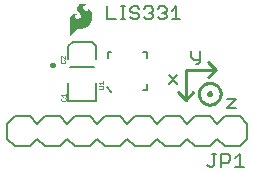
<source format=gbr>
G04 EAGLE Gerber RS-274X export*
G75*
%MOMM*%
%FSLAX34Y34*%
%LPD*%
%INSilkscreen Top*%
%IPPOS*%
%AMOC8*
5,1,8,0,0,1.08239X$1,22.5*%
G01*
%ADD10C,0.254000*%
%ADD11C,0.203200*%
%ADD12C,0.406400*%
%ADD13C,0.025400*%
%ADD14C,0.127000*%

G36*
X53350Y92611D02*
X53350Y92611D01*
X53354Y92609D01*
X53424Y92645D01*
X53434Y92650D01*
X53435Y92651D01*
X58307Y98133D01*
X59161Y98915D01*
X60151Y99504D01*
X60502Y99631D01*
X60870Y99696D01*
X63145Y99696D01*
X63150Y99698D01*
X63156Y99696D01*
X64520Y99820D01*
X64530Y99826D01*
X64542Y99824D01*
X65861Y100192D01*
X65869Y100200D01*
X65882Y100201D01*
X67112Y100801D01*
X67119Y100808D01*
X67130Y100811D01*
X68287Y101628D01*
X68292Y101636D01*
X68301Y101639D01*
X69332Y102611D01*
X69335Y102619D01*
X69341Y102621D01*
X69342Y102623D01*
X69344Y102624D01*
X70229Y103731D01*
X70231Y103741D01*
X70240Y103748D01*
X71187Y105429D01*
X71188Y105440D01*
X71196Y105450D01*
X71824Y107274D01*
X71823Y107285D01*
X71830Y107296D01*
X72118Y109203D01*
X72115Y109214D01*
X72120Y109226D01*
X72118Y109278D01*
X72110Y109530D01*
X72106Y109656D01*
X72106Y109657D01*
X72098Y109909D01*
X72090Y110162D01*
X72086Y110288D01*
X72078Y110540D01*
X72067Y110919D01*
X72059Y111154D01*
X72055Y111163D01*
X72057Y111175D01*
X71850Y112214D01*
X71845Y112222D01*
X71845Y112233D01*
X71487Y113230D01*
X71481Y113237D01*
X71480Y113248D01*
X70978Y114182D01*
X70969Y114189D01*
X70966Y114201D01*
X70059Y115338D01*
X70048Y115344D01*
X70041Y115357D01*
X68915Y116278D01*
X68872Y116290D01*
X68831Y116306D01*
X68826Y116304D01*
X68820Y116305D01*
X68782Y116284D01*
X68742Y116265D01*
X68739Y116259D01*
X68735Y116257D01*
X68727Y116228D01*
X68709Y116180D01*
X68709Y115300D01*
X68693Y115180D01*
X68649Y115077D01*
X68375Y114737D01*
X68014Y114489D01*
X67840Y114424D01*
X67302Y114366D01*
X66772Y114464D01*
X66284Y114713D01*
X65382Y115364D01*
X64970Y115718D01*
X64619Y116128D01*
X64336Y116586D01*
X64130Y117080D01*
X64071Y117380D01*
X64083Y117683D01*
X64240Y118202D01*
X64526Y118662D01*
X64921Y119032D01*
X65402Y119287D01*
X65892Y119426D01*
X66403Y119483D01*
X67006Y119483D01*
X67007Y119483D01*
X67029Y119492D01*
X67097Y119521D01*
X67132Y119613D01*
X67128Y119622D01*
X67094Y119698D01*
X67092Y119701D01*
X67091Y119702D01*
X67090Y119703D01*
X67069Y119723D01*
X67062Y119726D01*
X67058Y119734D01*
X66623Y120072D01*
X66608Y120076D01*
X66596Y120088D01*
X66092Y120309D01*
X66091Y120309D01*
X65735Y120461D01*
X65507Y120562D01*
X65497Y120563D01*
X65487Y120569D01*
X64609Y120789D01*
X64600Y120788D01*
X64590Y120792D01*
X63690Y120878D01*
X63680Y120874D01*
X63668Y120878D01*
X62800Y120812D01*
X62789Y120806D01*
X62776Y120807D01*
X61936Y120576D01*
X61926Y120568D01*
X61913Y120567D01*
X61133Y120179D01*
X61126Y120171D01*
X61115Y120168D01*
X60338Y119608D01*
X60334Y119601D01*
X60325Y119597D01*
X59629Y118939D01*
X59624Y118928D01*
X59613Y118920D01*
X59182Y118317D01*
X59179Y118302D01*
X59167Y118289D01*
X58900Y117597D01*
X58900Y117581D01*
X58892Y117566D01*
X58805Y116829D01*
X58810Y116814D01*
X58806Y116797D01*
X58905Y116062D01*
X58913Y116049D01*
X58913Y116032D01*
X59193Y115344D01*
X59202Y115335D01*
X59205Y115321D01*
X60392Y113563D01*
X60400Y113558D01*
X60404Y113547D01*
X61857Y112006D01*
X62227Y111571D01*
X62467Y111068D01*
X62569Y110520D01*
X62526Y109964D01*
X62340Y109439D01*
X62025Y108979D01*
X61600Y108614D01*
X61057Y108321D01*
X60471Y108123D01*
X59861Y108026D01*
X59150Y108061D01*
X58472Y108268D01*
X57866Y108633D01*
X57553Y108961D01*
X57347Y109365D01*
X57254Y109781D01*
X57254Y110209D01*
X57347Y110624D01*
X57419Y110762D01*
X57537Y110876D01*
X58361Y111475D01*
X58494Y111546D01*
X58632Y111574D01*
X58790Y111558D01*
X58833Y111572D01*
X58878Y111583D01*
X58880Y111587D01*
X58884Y111588D01*
X58904Y111629D01*
X58927Y111668D01*
X58926Y111672D01*
X58928Y111676D01*
X58913Y111719D01*
X58900Y111763D01*
X58897Y111765D01*
X58896Y111769D01*
X58858Y111788D01*
X58822Y111809D01*
X58339Y111885D01*
X58334Y111884D01*
X58329Y111886D01*
X57389Y111959D01*
X57380Y111956D01*
X57369Y111959D01*
X56429Y111886D01*
X56419Y111881D01*
X56407Y111882D01*
X55708Y111698D01*
X55698Y111690D01*
X55684Y111689D01*
X55036Y111368D01*
X55028Y111359D01*
X55014Y111355D01*
X54444Y110910D01*
X54438Y110899D01*
X54426Y110893D01*
X53956Y110343D01*
X53952Y110331D01*
X53941Y110322D01*
X53540Y109590D01*
X53539Y109577D01*
X53530Y109566D01*
X53290Y108767D01*
X53291Y108754D01*
X53285Y108741D01*
X53215Y107910D01*
X53217Y107904D01*
X53215Y107899D01*
X53215Y92735D01*
X53217Y92730D01*
X53215Y92726D01*
X53236Y92686D01*
X53253Y92644D01*
X53258Y92643D01*
X53260Y92638D01*
X53303Y92625D01*
X53345Y92609D01*
X53350Y92611D01*
G37*
D10*
X151130Y64770D02*
X151130Y39370D01*
X144780Y45720D01*
X151130Y39370D02*
X157480Y45720D01*
X151130Y64770D02*
X176530Y64770D01*
X170180Y58420D01*
X176530Y64770D02*
X170180Y71120D01*
X162292Y44450D02*
X162295Y44675D01*
X162303Y44899D01*
X162317Y45124D01*
X162336Y45348D01*
X162361Y45571D01*
X162391Y45794D01*
X162427Y46016D01*
X162468Y46237D01*
X162515Y46457D01*
X162566Y46675D01*
X162624Y46893D01*
X162686Y47108D01*
X162754Y47323D01*
X162827Y47535D01*
X162906Y47746D01*
X162989Y47955D01*
X163078Y48161D01*
X163171Y48366D01*
X163270Y48568D01*
X163373Y48767D01*
X163482Y48964D01*
X163595Y49158D01*
X163713Y49350D01*
X163835Y49538D01*
X163963Y49723D01*
X164094Y49905D01*
X164230Y50084D01*
X164371Y50260D01*
X164515Y50432D01*
X164664Y50600D01*
X164817Y50765D01*
X164974Y50926D01*
X165135Y51083D01*
X165300Y51236D01*
X165468Y51385D01*
X165640Y51529D01*
X165816Y51670D01*
X165995Y51806D01*
X166177Y51937D01*
X166362Y52065D01*
X166550Y52187D01*
X166742Y52305D01*
X166936Y52418D01*
X167133Y52527D01*
X167332Y52630D01*
X167534Y52729D01*
X167739Y52822D01*
X167945Y52911D01*
X168154Y52994D01*
X168365Y53073D01*
X168577Y53146D01*
X168792Y53214D01*
X169007Y53276D01*
X169225Y53334D01*
X169443Y53385D01*
X169663Y53432D01*
X169884Y53473D01*
X170106Y53509D01*
X170329Y53539D01*
X170552Y53564D01*
X170776Y53583D01*
X171001Y53597D01*
X171225Y53605D01*
X171450Y53608D01*
X171675Y53605D01*
X171899Y53597D01*
X172124Y53583D01*
X172348Y53564D01*
X172571Y53539D01*
X172794Y53509D01*
X173016Y53473D01*
X173237Y53432D01*
X173457Y53385D01*
X173675Y53334D01*
X173893Y53276D01*
X174108Y53214D01*
X174323Y53146D01*
X174535Y53073D01*
X174746Y52994D01*
X174955Y52911D01*
X175161Y52822D01*
X175366Y52729D01*
X175568Y52630D01*
X175767Y52527D01*
X175964Y52418D01*
X176158Y52305D01*
X176350Y52187D01*
X176538Y52065D01*
X176723Y51937D01*
X176905Y51806D01*
X177084Y51670D01*
X177260Y51529D01*
X177432Y51385D01*
X177600Y51236D01*
X177765Y51083D01*
X177926Y50926D01*
X178083Y50765D01*
X178236Y50600D01*
X178385Y50432D01*
X178529Y50260D01*
X178670Y50084D01*
X178806Y49905D01*
X178937Y49723D01*
X179065Y49538D01*
X179187Y49350D01*
X179305Y49158D01*
X179418Y48964D01*
X179527Y48767D01*
X179630Y48568D01*
X179729Y48366D01*
X179822Y48161D01*
X179911Y47955D01*
X179994Y47746D01*
X180073Y47535D01*
X180146Y47323D01*
X180214Y47108D01*
X180276Y46893D01*
X180334Y46675D01*
X180385Y46457D01*
X180432Y46237D01*
X180473Y46016D01*
X180509Y45794D01*
X180539Y45571D01*
X180564Y45348D01*
X180583Y45124D01*
X180597Y44899D01*
X180605Y44675D01*
X180608Y44450D01*
X180605Y44225D01*
X180597Y44001D01*
X180583Y43776D01*
X180564Y43552D01*
X180539Y43329D01*
X180509Y43106D01*
X180473Y42884D01*
X180432Y42663D01*
X180385Y42443D01*
X180334Y42225D01*
X180276Y42007D01*
X180214Y41792D01*
X180146Y41577D01*
X180073Y41365D01*
X179994Y41154D01*
X179911Y40945D01*
X179822Y40739D01*
X179729Y40534D01*
X179630Y40332D01*
X179527Y40133D01*
X179418Y39936D01*
X179305Y39742D01*
X179187Y39550D01*
X179065Y39362D01*
X178937Y39177D01*
X178806Y38995D01*
X178670Y38816D01*
X178529Y38640D01*
X178385Y38468D01*
X178236Y38300D01*
X178083Y38135D01*
X177926Y37974D01*
X177765Y37817D01*
X177600Y37664D01*
X177432Y37515D01*
X177260Y37371D01*
X177084Y37230D01*
X176905Y37094D01*
X176723Y36963D01*
X176538Y36835D01*
X176350Y36713D01*
X176158Y36595D01*
X175964Y36482D01*
X175767Y36373D01*
X175568Y36270D01*
X175366Y36171D01*
X175161Y36078D01*
X174955Y35989D01*
X174746Y35906D01*
X174535Y35827D01*
X174323Y35754D01*
X174108Y35686D01*
X173893Y35624D01*
X173675Y35566D01*
X173457Y35515D01*
X173237Y35468D01*
X173016Y35427D01*
X172794Y35391D01*
X172571Y35361D01*
X172348Y35336D01*
X172124Y35317D01*
X171899Y35303D01*
X171675Y35295D01*
X171450Y35292D01*
X171225Y35295D01*
X171001Y35303D01*
X170776Y35317D01*
X170552Y35336D01*
X170329Y35361D01*
X170106Y35391D01*
X169884Y35427D01*
X169663Y35468D01*
X169443Y35515D01*
X169225Y35566D01*
X169007Y35624D01*
X168792Y35686D01*
X168577Y35754D01*
X168365Y35827D01*
X168154Y35906D01*
X167945Y35989D01*
X167739Y36078D01*
X167534Y36171D01*
X167332Y36270D01*
X167133Y36373D01*
X166936Y36482D01*
X166742Y36595D01*
X166550Y36713D01*
X166362Y36835D01*
X166177Y36963D01*
X165995Y37094D01*
X165816Y37230D01*
X165640Y37371D01*
X165468Y37515D01*
X165300Y37664D01*
X165135Y37817D01*
X164974Y37974D01*
X164817Y38135D01*
X164664Y38300D01*
X164515Y38468D01*
X164371Y38640D01*
X164230Y38816D01*
X164094Y38995D01*
X163963Y39177D01*
X163835Y39362D01*
X163713Y39550D01*
X163595Y39742D01*
X163482Y39936D01*
X163373Y40133D01*
X163270Y40332D01*
X163171Y40534D01*
X163078Y40739D01*
X162989Y40945D01*
X162906Y41154D01*
X162827Y41365D01*
X162754Y41577D01*
X162686Y41792D01*
X162624Y42007D01*
X162566Y42225D01*
X162515Y42443D01*
X162468Y42663D01*
X162427Y42884D01*
X162391Y43106D01*
X162361Y43329D01*
X162336Y43552D01*
X162317Y43776D01*
X162303Y44001D01*
X162295Y44225D01*
X162292Y44450D01*
X170180Y44450D02*
X170182Y44521D01*
X170188Y44592D01*
X170198Y44663D01*
X170212Y44733D01*
X170230Y44802D01*
X170251Y44869D01*
X170277Y44936D01*
X170306Y45001D01*
X170338Y45064D01*
X170375Y45126D01*
X170414Y45185D01*
X170457Y45242D01*
X170503Y45296D01*
X170552Y45348D01*
X170604Y45397D01*
X170658Y45443D01*
X170715Y45486D01*
X170774Y45525D01*
X170836Y45562D01*
X170899Y45594D01*
X170964Y45623D01*
X171031Y45649D01*
X171098Y45670D01*
X171167Y45688D01*
X171237Y45702D01*
X171308Y45712D01*
X171379Y45718D01*
X171450Y45720D01*
X171521Y45718D01*
X171592Y45712D01*
X171663Y45702D01*
X171733Y45688D01*
X171802Y45670D01*
X171869Y45649D01*
X171936Y45623D01*
X172001Y45594D01*
X172064Y45562D01*
X172126Y45525D01*
X172185Y45486D01*
X172242Y45443D01*
X172296Y45397D01*
X172348Y45348D01*
X172397Y45296D01*
X172443Y45242D01*
X172486Y45185D01*
X172525Y45126D01*
X172562Y45064D01*
X172594Y45001D01*
X172623Y44936D01*
X172649Y44869D01*
X172670Y44802D01*
X172688Y44733D01*
X172702Y44663D01*
X172712Y44592D01*
X172718Y44521D01*
X172720Y44450D01*
X172718Y44379D01*
X172712Y44308D01*
X172702Y44237D01*
X172688Y44167D01*
X172670Y44098D01*
X172649Y44031D01*
X172623Y43964D01*
X172594Y43899D01*
X172562Y43836D01*
X172525Y43774D01*
X172486Y43715D01*
X172443Y43658D01*
X172397Y43604D01*
X172348Y43552D01*
X172296Y43503D01*
X172242Y43457D01*
X172185Y43414D01*
X172126Y43375D01*
X172064Y43338D01*
X172001Y43306D01*
X171936Y43277D01*
X171869Y43251D01*
X171802Y43230D01*
X171733Y43212D01*
X171663Y43198D01*
X171592Y43188D01*
X171521Y43182D01*
X171450Y43180D01*
X171379Y43182D01*
X171308Y43188D01*
X171237Y43198D01*
X171167Y43212D01*
X171098Y43230D01*
X171031Y43251D01*
X170964Y43277D01*
X170899Y43306D01*
X170836Y43338D01*
X170774Y43375D01*
X170715Y43414D01*
X170658Y43457D01*
X170604Y43503D01*
X170552Y43552D01*
X170503Y43604D01*
X170457Y43658D01*
X170414Y43715D01*
X170375Y43774D01*
X170338Y43836D01*
X170306Y43899D01*
X170277Y43964D01*
X170251Y44031D01*
X170230Y44098D01*
X170212Y44167D01*
X170198Y44237D01*
X170188Y44308D01*
X170182Y44379D01*
X170180Y44450D01*
D11*
X84836Y107696D02*
X84836Y118373D01*
X84836Y107696D02*
X91954Y107696D01*
X96530Y107696D02*
X100089Y107696D01*
X98309Y107696D02*
X98309Y118373D01*
X96530Y118373D02*
X100089Y118373D01*
X109665Y118373D02*
X111444Y116594D01*
X109665Y118373D02*
X106105Y118373D01*
X104326Y116594D01*
X104326Y114814D01*
X106105Y113035D01*
X109665Y113035D01*
X111444Y111255D01*
X111444Y109476D01*
X109665Y107696D01*
X106105Y107696D01*
X104326Y109476D01*
X116020Y116594D02*
X117799Y118373D01*
X121358Y118373D01*
X123138Y116594D01*
X123138Y114814D01*
X121358Y113035D01*
X119579Y113035D01*
X121358Y113035D02*
X123138Y111255D01*
X123138Y109476D01*
X121358Y107696D01*
X117799Y107696D01*
X116020Y109476D01*
X127714Y116594D02*
X129493Y118373D01*
X133052Y118373D01*
X134832Y116594D01*
X134832Y114814D01*
X133052Y113035D01*
X131273Y113035D01*
X133052Y113035D02*
X134832Y111255D01*
X134832Y109476D01*
X133052Y107696D01*
X129493Y107696D01*
X127714Y109476D01*
X139408Y114814D02*
X142967Y118373D01*
X142967Y107696D01*
X139408Y107696D02*
X146526Y107696D01*
X136906Y60204D02*
X144024Y53086D01*
X136906Y53086D02*
X144024Y60204D01*
X155956Y75186D02*
X155956Y80524D01*
X155956Y75186D02*
X157736Y73406D01*
X163074Y73406D01*
X163074Y71627D02*
X163074Y80524D01*
X163074Y71627D02*
X161295Y69847D01*
X159515Y69847D01*
X186436Y39884D02*
X193554Y39884D01*
X186436Y32766D01*
X193554Y32766D01*
D12*
X38405Y68580D02*
X37795Y68580D01*
D13*
X45209Y72019D02*
X45844Y72655D01*
X45209Y72019D02*
X45209Y70748D01*
X45844Y70113D01*
X48386Y70113D01*
X49022Y70748D01*
X49022Y72019D01*
X48386Y72655D01*
X49022Y73855D02*
X49022Y76397D01*
X49022Y73855D02*
X46480Y76397D01*
X45844Y76397D01*
X45209Y75762D01*
X45209Y74490D01*
X45844Y73855D01*
D11*
X44450Y0D02*
X31750Y0D01*
X25400Y6350D01*
X25400Y19050D02*
X31750Y25400D01*
X69850Y0D02*
X76200Y6350D01*
X69850Y0D02*
X57150Y0D01*
X50800Y6350D01*
X50800Y19050D02*
X57150Y25400D01*
X69850Y25400D01*
X76200Y19050D01*
X50800Y6350D02*
X44450Y0D01*
X50800Y19050D02*
X44450Y25400D01*
X31750Y25400D01*
X107950Y0D02*
X120650Y0D01*
X107950Y0D02*
X101600Y6350D01*
X101600Y19050D02*
X107950Y25400D01*
X101600Y6350D02*
X95250Y0D01*
X82550Y0D01*
X76200Y6350D01*
X76200Y19050D02*
X82550Y25400D01*
X95250Y25400D01*
X101600Y19050D01*
X146050Y0D02*
X152400Y6350D01*
X146050Y0D02*
X133350Y0D01*
X127000Y6350D01*
X127000Y19050D02*
X133350Y25400D01*
X146050Y25400D01*
X152400Y19050D01*
X127000Y6350D02*
X120650Y0D01*
X127000Y19050D02*
X120650Y25400D01*
X107950Y25400D01*
X184150Y0D02*
X196850Y0D01*
X184150Y0D02*
X177800Y6350D01*
X177800Y19050D02*
X184150Y25400D01*
X177800Y6350D02*
X171450Y0D01*
X158750Y0D01*
X152400Y6350D01*
X152400Y19050D02*
X158750Y25400D01*
X171450Y25400D01*
X177800Y19050D01*
X203200Y19050D02*
X203200Y6350D01*
X196850Y0D01*
X203200Y19050D02*
X196850Y25400D01*
X184150Y25400D01*
X19050Y0D02*
X6350Y0D01*
X0Y6350D01*
X0Y19050D01*
X6350Y25400D01*
X25400Y6350D02*
X19050Y0D01*
X25400Y19050D02*
X19050Y25400D01*
X6350Y25400D01*
D14*
X169515Y-15746D02*
X171422Y-17653D01*
X173328Y-17653D01*
X175235Y-15746D01*
X175235Y-6213D01*
X173328Y-6213D02*
X177142Y-6213D01*
X181209Y-6213D02*
X181209Y-17653D01*
X181209Y-6213D02*
X186929Y-6213D01*
X188836Y-8120D01*
X188836Y-11933D01*
X186929Y-13840D01*
X181209Y-13840D01*
X192903Y-10027D02*
X196716Y-6213D01*
X196716Y-17653D01*
X192903Y-17653D02*
X200529Y-17653D01*
D11*
X87906Y46222D02*
X84350Y49778D01*
X85104Y74662D02*
X85104Y79742D01*
X87906Y79742D01*
X115322Y79742D02*
X118124Y79742D01*
X118124Y74662D01*
X118124Y52310D02*
X118124Y47230D01*
X115322Y47230D01*
D13*
X80837Y48627D02*
X77660Y48627D01*
X80837Y48627D02*
X81473Y49263D01*
X81473Y50534D01*
X80837Y51169D01*
X77660Y51169D01*
X78931Y52369D02*
X77660Y53640D01*
X81473Y53640D01*
X81473Y52369D02*
X81473Y54911D01*
D11*
X75500Y53500D02*
X75500Y38500D01*
X51500Y38500D01*
X51500Y53500D01*
X75500Y73500D02*
X75500Y84500D01*
X71500Y88500D01*
X55500Y88500D01*
X51500Y84500D01*
X51500Y73500D01*
D14*
X53340Y67310D02*
X73660Y67310D01*
D13*
X46385Y40769D02*
X45750Y40134D01*
X45750Y38863D01*
X46385Y38227D01*
X48927Y38227D01*
X49563Y38863D01*
X49563Y40134D01*
X48927Y40769D01*
X47021Y41969D02*
X45750Y43240D01*
X49563Y43240D01*
X49563Y41969D02*
X49563Y44511D01*
M02*

</source>
